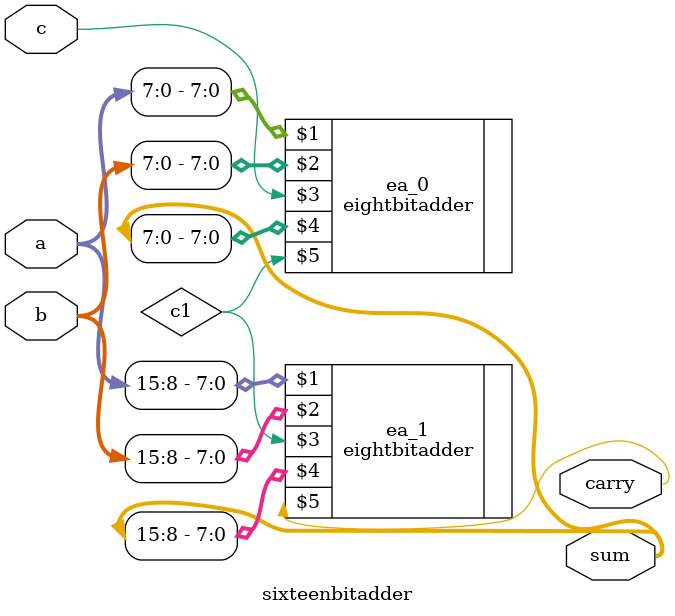
<source format=v>
`include "eightbitadder.v"

module sixteenbitadder (a, b, c, sum, carry);
input [15:0] a, b;
input c;
output [15:0] sum;
output carry;
wire c1;
eightbitadder ea_0 (a[7:0], b[7:0], c, sum[7:0], c1);
eightbitadder ea_1 (a[15:8], b[15:8], c1, sum[15:8], carry);

endmodule
</source>
